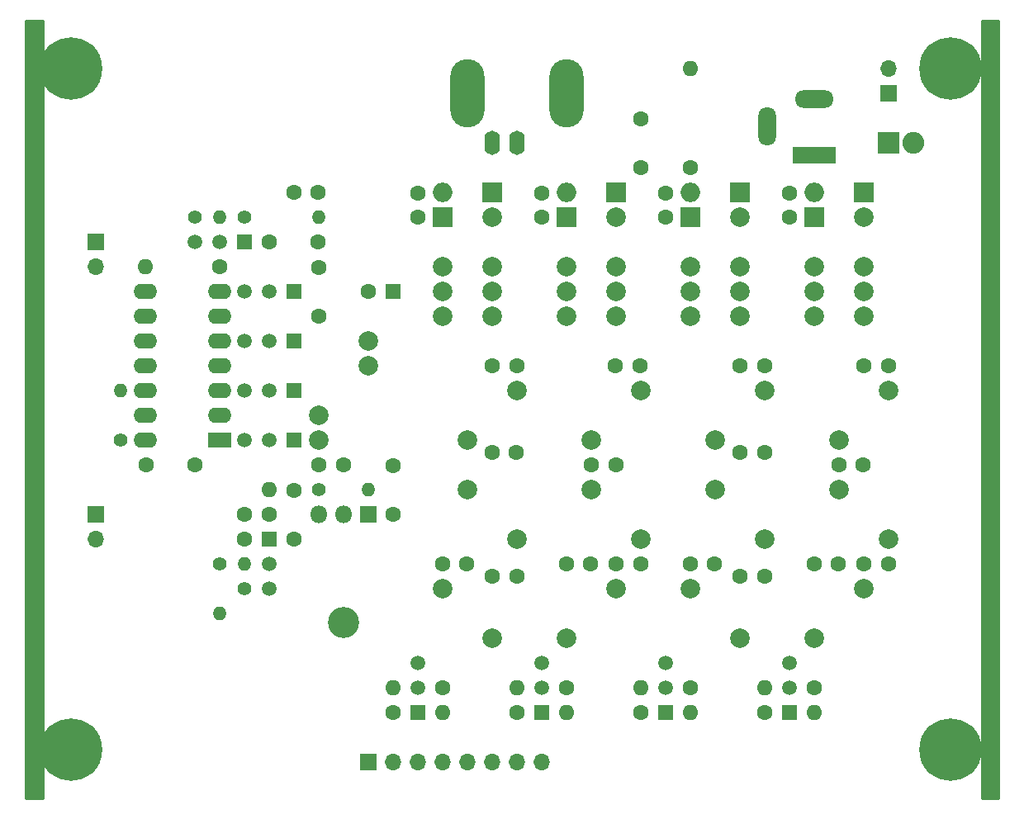
<source format=gbr>
%TF.GenerationSoftware,KiCad,Pcbnew,5.1.6-c6e7f7d~86~ubuntu18.04.1*%
%TF.CreationDate,2020-05-15T23:17:01+02:00*%
%TF.ProjectId,pa,70612e6b-6963-4616-945f-706362585858,rev?*%
%TF.SameCoordinates,Original*%
%TF.FileFunction,Soldermask,Bot*%
%TF.FilePolarity,Negative*%
%FSLAX46Y46*%
G04 Gerber Fmt 4.6, Leading zero omitted, Abs format (unit mm)*
G04 Created by KiCad (PCBNEW 5.1.6-c6e7f7d~86~ubuntu18.04.1) date 2020-05-15 23:17:01*
%MOMM*%
%LPD*%
G01*
G04 APERTURE LIST*
%ADD10C,1.600000*%
%ADD11R,1.600000X1.600000*%
%ADD12O,1.400000X1.400000*%
%ADD13C,1.400000*%
%ADD14C,2.000000*%
%ADD15O,1.600000X1.600000*%
%ADD16O,1.800000X1.800000*%
%ADD17R,1.800000X1.800000*%
%ADD18O,3.200000X3.200000*%
%ADD19O,1.700000X1.700000*%
%ADD20R,1.700000X1.700000*%
%ADD21C,0.800000*%
%ADD22C,6.400000*%
%ADD23O,2.400000X1.600000*%
%ADD24R,2.400000X1.600000*%
%ADD25R,1.500000X1.500000*%
%ADD26C,1.500000*%
%ADD27R,2.000000X2.000000*%
%ADD28R,4.400000X1.800000*%
%ADD29O,4.000000X1.800000*%
%ADD30O,1.800000X4.000000*%
%ADD31O,1.600000X2.500000*%
%ADD32O,3.500000X7.000000*%
%ADD33O,2.000000X2.000000*%
%ADD34O,2.240000X2.240000*%
%ADD35R,2.240000X2.240000*%
%ADD36C,0.254000*%
G04 APERTURE END LIST*
D10*
%TO.C,C30*%
X92530000Y-103290000D03*
X92530000Y-100790000D03*
%TD*%
%TO.C,C26*%
X105270000Y-77930000D03*
D11*
X107770000Y-77930000D03*
%TD*%
D10*
%TO.C,C28*%
X82450000Y-95710000D03*
X87450000Y-95710000D03*
%TD*%
D12*
%TO.C,R14*%
X79830000Y-88090000D03*
D13*
X79830000Y-93170000D03*
%TD*%
D14*
%TO.C,L7*%
X145870000Y-103330000D03*
X140790000Y-98250000D03*
%TD*%
%TO.C,L3*%
X140790000Y-93170000D03*
X145870000Y-88090000D03*
%TD*%
%TO.C,L5*%
X120470000Y-103330000D03*
X115390000Y-98250000D03*
%TD*%
%TO.C,L1*%
X115390000Y-93170000D03*
X120470000Y-88090000D03*
%TD*%
D10*
%TO.C,C29*%
X100110000Y-67770000D03*
X97610000Y-67770000D03*
%TD*%
%TO.C,C25*%
X97610000Y-98290000D03*
X97610000Y-103290000D03*
%TD*%
%TO.C,C21*%
X100110000Y-72850000D03*
X95110000Y-72850000D03*
%TD*%
D15*
%TO.C,R12*%
X82370000Y-75390000D03*
D10*
X89990000Y-75390000D03*
%TD*%
D15*
%TO.C,R10*%
X95070000Y-98250000D03*
D10*
X95070000Y-100790000D03*
%TD*%
D16*
%TO.C,Q5*%
X100150000Y-100790000D03*
X102690000Y-100790000D03*
D17*
X105230000Y-100790000D03*
D18*
X102690000Y-111890000D03*
%TD*%
D10*
%TO.C,C27*%
X135710000Y-67810000D03*
X135710000Y-70310000D03*
%TD*%
%TO.C,C19*%
X148410000Y-67810000D03*
X148410000Y-70310000D03*
%TD*%
%TO.C,C10*%
X123010000Y-67810000D03*
X123010000Y-70310000D03*
%TD*%
%TO.C,C1*%
X110310000Y-67810000D03*
X110310000Y-70310000D03*
%TD*%
D19*
%TO.C,J11*%
X158570000Y-55070000D03*
D20*
X158570000Y-57610000D03*
%TD*%
D21*
%TO.C,H4*%
X76447056Y-123222944D03*
X74750000Y-122520000D03*
X73052944Y-123222944D03*
X72350000Y-124920000D03*
X73052944Y-126617056D03*
X74750000Y-127320000D03*
X76447056Y-126617056D03*
X77150000Y-124920000D03*
D22*
X74750000Y-124920000D03*
%TD*%
D21*
%TO.C,H3*%
X76447056Y-53372944D03*
X74750000Y-52670000D03*
X73052944Y-53372944D03*
X72350000Y-55070000D03*
X73052944Y-56767056D03*
X74750000Y-57470000D03*
X76447056Y-56767056D03*
X77150000Y-55070000D03*
D22*
X74750000Y-55070000D03*
%TD*%
D21*
%TO.C,H2*%
X166617056Y-53372944D03*
X164920000Y-52670000D03*
X163222944Y-53372944D03*
X162520000Y-55070000D03*
X163222944Y-56767056D03*
X164920000Y-57470000D03*
X166617056Y-56767056D03*
X167320000Y-55070000D03*
D22*
X164920000Y-55070000D03*
%TD*%
D21*
%TO.C,H1*%
X166617056Y-123222944D03*
X164920000Y-122520000D03*
X163222944Y-123222944D03*
X162520000Y-124920000D03*
X163222944Y-126617056D03*
X164920000Y-127320000D03*
X166617056Y-126617056D03*
X167320000Y-124920000D03*
D22*
X164920000Y-124920000D03*
%TD*%
D23*
%TO.C,U1*%
X82370000Y-93170000D03*
X89990000Y-77930000D03*
X82370000Y-90630000D03*
X89990000Y-80470000D03*
X82370000Y-88090000D03*
X89990000Y-83010000D03*
X82370000Y-85550000D03*
X89990000Y-85550000D03*
X82370000Y-83010000D03*
X89990000Y-88090000D03*
X82370000Y-80470000D03*
X89990000Y-90630000D03*
X82370000Y-77930000D03*
D24*
X89990000Y-93170000D03*
%TD*%
D14*
%TO.C,T1*%
X105230000Y-85550000D03*
X105230000Y-83010000D03*
X100150000Y-90630000D03*
X100150000Y-93170000D03*
%TD*%
D12*
%TO.C,R16*%
X89990000Y-70310000D03*
D13*
X87450000Y-70310000D03*
%TD*%
D12*
%TO.C,R15*%
X92530000Y-105870000D03*
D13*
X92530000Y-108410000D03*
%TD*%
D12*
%TO.C,R13*%
X89990000Y-110950000D03*
D13*
X89990000Y-105870000D03*
%TD*%
D15*
%TO.C,R11*%
X133170000Y-118570000D03*
D10*
X133170000Y-121110000D03*
%TD*%
D12*
%TO.C,R9*%
X105230000Y-98250000D03*
D13*
X100150000Y-98250000D03*
%TD*%
D15*
%TO.C,R8*%
X138250000Y-121110000D03*
D10*
X138250000Y-118570000D03*
%TD*%
D12*
%TO.C,R7*%
X100150000Y-70310000D03*
D13*
X92530000Y-70310000D03*
%TD*%
D15*
%TO.C,R6*%
X150950000Y-121110000D03*
D10*
X150950000Y-118570000D03*
%TD*%
D15*
%TO.C,R5*%
X145870000Y-118570000D03*
D10*
X145870000Y-121110000D03*
%TD*%
D15*
%TO.C,R4*%
X125550000Y-121110000D03*
D10*
X125550000Y-118570000D03*
%TD*%
D15*
%TO.C,R3*%
X120470000Y-118570000D03*
D10*
X120470000Y-121110000D03*
%TD*%
D15*
%TO.C,R2*%
X112850000Y-121110000D03*
D10*
X112850000Y-118570000D03*
%TD*%
D15*
%TO.C,R1*%
X107770000Y-118570000D03*
D10*
X107770000Y-121110000D03*
%TD*%
D25*
%TO.C,Q11*%
X97610000Y-77930000D03*
D26*
X92530000Y-77930000D03*
X95070000Y-77930000D03*
%TD*%
D25*
%TO.C,Q10*%
X135710000Y-121110000D03*
D26*
X135710000Y-116030000D03*
X135710000Y-118570000D03*
%TD*%
D25*
%TO.C,Q9*%
X97610000Y-83010000D03*
D26*
X92530000Y-83010000D03*
X95070000Y-83010000D03*
%TD*%
D25*
%TO.C,Q8*%
X95070000Y-103330000D03*
D26*
X95070000Y-108410000D03*
X95070000Y-105870000D03*
%TD*%
D25*
%TO.C,Q7*%
X97610000Y-88090000D03*
D26*
X92530000Y-88090000D03*
X95070000Y-88090000D03*
%TD*%
D25*
%TO.C,Q6*%
X97610000Y-93170000D03*
D26*
X92530000Y-93170000D03*
X95070000Y-93170000D03*
%TD*%
D25*
%TO.C,Q4*%
X92530000Y-72850000D03*
D26*
X87450000Y-72850000D03*
X89990000Y-72850000D03*
%TD*%
D25*
%TO.C,Q3*%
X148410000Y-121110000D03*
D26*
X148410000Y-116030000D03*
X148410000Y-118570000D03*
%TD*%
D25*
%TO.C,Q2*%
X123010000Y-121110000D03*
D26*
X123010000Y-116030000D03*
X123010000Y-118570000D03*
%TD*%
D25*
%TO.C,Q1*%
X110310000Y-121110000D03*
D26*
X110310000Y-116030000D03*
X110310000Y-118570000D03*
%TD*%
D15*
%TO.C,L13*%
X138250000Y-55070000D03*
D10*
X138250000Y-65230000D03*
%TD*%
D14*
%TO.C,L12*%
X150950000Y-113490000D03*
X156030000Y-108410000D03*
%TD*%
%TO.C,L11*%
X138250000Y-108410000D03*
X143330000Y-113490000D03*
%TD*%
%TO.C,L10*%
X125550000Y-113490000D03*
X130630000Y-108410000D03*
%TD*%
%TO.C,L9*%
X112850000Y-108410000D03*
X117930000Y-113490000D03*
%TD*%
%TO.C,L8*%
X158570000Y-103330000D03*
X153490000Y-98250000D03*
%TD*%
%TO.C,L6*%
X133170000Y-103330000D03*
X128090000Y-98250000D03*
%TD*%
%TO.C,L4*%
X153490000Y-93170000D03*
X158570000Y-88090000D03*
%TD*%
%TO.C,L2*%
X128090000Y-93170000D03*
X133170000Y-88090000D03*
%TD*%
%TO.C,K4*%
X150950000Y-80470000D03*
X156030000Y-80470000D03*
X150950000Y-75390000D03*
D27*
X150950000Y-70310000D03*
D14*
X156030000Y-75390000D03*
X156030000Y-70310000D03*
X150950000Y-77930000D03*
X156030000Y-77930000D03*
%TD*%
%TO.C,K3*%
X138250000Y-80470000D03*
X143330000Y-80470000D03*
X138250000Y-75390000D03*
D27*
X138250000Y-70310000D03*
D14*
X143330000Y-75390000D03*
X143330000Y-70310000D03*
X138250000Y-77930000D03*
X143330000Y-77930000D03*
%TD*%
%TO.C,K2*%
X125550000Y-80470000D03*
X130630000Y-80470000D03*
X125550000Y-75390000D03*
D27*
X125550000Y-70310000D03*
D14*
X130630000Y-75390000D03*
X130630000Y-70310000D03*
X125550000Y-77930000D03*
X130630000Y-77930000D03*
%TD*%
%TO.C,K1*%
X112850000Y-80470000D03*
X117930000Y-80470000D03*
X112850000Y-75390000D03*
D27*
X112850000Y-70310000D03*
D14*
X117930000Y-75390000D03*
X117930000Y-70310000D03*
X112850000Y-77930000D03*
X117930000Y-77930000D03*
%TD*%
D19*
%TO.C,J7*%
X77290000Y-103330000D03*
D20*
X77290000Y-100790000D03*
%TD*%
D19*
%TO.C,J6*%
X77290000Y-75390000D03*
D20*
X77290000Y-72850000D03*
%TD*%
D28*
%TO.C,J3*%
X150950000Y-63960000D03*
D29*
X150950000Y-58160000D03*
D30*
X146150000Y-60960000D03*
%TD*%
D19*
%TO.C,J2*%
X123010000Y-126190000D03*
X120470000Y-126190000D03*
X117930000Y-126190000D03*
X115390000Y-126190000D03*
X112850000Y-126190000D03*
X110310000Y-126190000D03*
X107770000Y-126190000D03*
D20*
X105230000Y-126190000D03*
%TD*%
D31*
%TO.C,J1*%
X117930000Y-62690000D03*
X120470000Y-62690000D03*
D32*
X125550000Y-57610000D03*
X115390000Y-57610000D03*
%TD*%
D33*
%TO.C,D5*%
X138250000Y-67770000D03*
D27*
X143330000Y-67770000D03*
%TD*%
D34*
%TO.C,D4*%
X161110000Y-62690000D03*
D35*
X158570000Y-62690000D03*
%TD*%
D33*
%TO.C,D3*%
X150950000Y-67770000D03*
D27*
X156030000Y-67770000D03*
%TD*%
D33*
%TO.C,D2*%
X125550000Y-67770000D03*
D27*
X130630000Y-67770000D03*
%TD*%
D33*
%TO.C,D1*%
X112850000Y-67770000D03*
D27*
X117930000Y-67770000D03*
%TD*%
D10*
%TO.C,C24*%
X107770000Y-95790000D03*
X107770000Y-100790000D03*
%TD*%
%TO.C,C23*%
X102690000Y-95710000D03*
X100190000Y-95710000D03*
%TD*%
%TO.C,C22*%
X133170000Y-65230000D03*
X133170000Y-60230000D03*
%TD*%
%TO.C,C20*%
X100150000Y-80470000D03*
X100150000Y-75470000D03*
%TD*%
%TO.C,C18*%
X153450000Y-105870000D03*
X150950000Y-105870000D03*
%TD*%
%TO.C,C17*%
X140750000Y-105870000D03*
X138250000Y-105870000D03*
%TD*%
%TO.C,C16*%
X128050000Y-105870000D03*
X125550000Y-105870000D03*
%TD*%
%TO.C,C15*%
X115350000Y-105870000D03*
X112850000Y-105870000D03*
%TD*%
%TO.C,C14*%
X156070000Y-105870000D03*
X158570000Y-105870000D03*
%TD*%
%TO.C,C13*%
X143370000Y-107140000D03*
X145870000Y-107140000D03*
%TD*%
%TO.C,C12*%
X130670000Y-105870000D03*
X133170000Y-105870000D03*
%TD*%
%TO.C,C11*%
X117970000Y-107140000D03*
X120470000Y-107140000D03*
%TD*%
%TO.C,C9*%
X155990000Y-95710000D03*
X153490000Y-95710000D03*
%TD*%
%TO.C,C8*%
X145870000Y-94440000D03*
X143370000Y-94440000D03*
%TD*%
%TO.C,C7*%
X130630000Y-95710000D03*
X128130000Y-95710000D03*
%TD*%
%TO.C,C6*%
X120430000Y-94440000D03*
X117930000Y-94440000D03*
%TD*%
%TO.C,C5*%
X156070000Y-85550000D03*
X158570000Y-85550000D03*
%TD*%
%TO.C,C4*%
X143370000Y-85550000D03*
X145870000Y-85550000D03*
%TD*%
%TO.C,C3*%
X130590000Y-85550000D03*
X133090000Y-85550000D03*
%TD*%
%TO.C,C2*%
X117970000Y-85550000D03*
X120470000Y-85550000D03*
%TD*%
D36*
G36*
X169873000Y-129873000D02*
G01*
X168127000Y-129873000D01*
X168127000Y-50127000D01*
X169873000Y-50127000D01*
X169873000Y-129873000D01*
G37*
X169873000Y-129873000D02*
X168127000Y-129873000D01*
X168127000Y-50127000D01*
X169873000Y-50127000D01*
X169873000Y-129873000D01*
G36*
X71873000Y-129873000D02*
G01*
X70127000Y-129873000D01*
X70127000Y-50127000D01*
X71873000Y-50127000D01*
X71873000Y-129873000D01*
G37*
X71873000Y-129873000D02*
X70127000Y-129873000D01*
X70127000Y-50127000D01*
X71873000Y-50127000D01*
X71873000Y-129873000D01*
M02*

</source>
